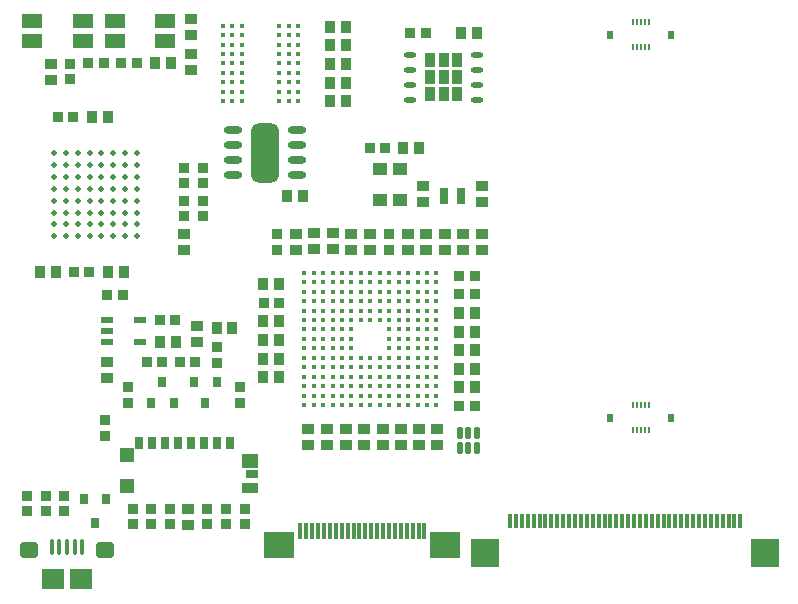
<source format=gtp>
G04*
G04 #@! TF.GenerationSoftware,Altium Limited,Altium Designer,19.0.11 (319)*
G04*
G04 Layer_Color=8421504*
%FSLAX44Y44*%
%MOMM*%
G71*
G01*
G75*
%ADD19R,0.9300X1.2300*%
G04:AMPARAMS|DCode=20|XSize=1mm|YSize=0.5mm|CornerRadius=0.125mm|HoleSize=0mm|Usage=FLASHONLY|Rotation=90.000|XOffset=0mm|YOffset=0mm|HoleType=Round|Shape=RoundedRectangle|*
%AMROUNDEDRECTD20*
21,1,1.0000,0.2500,0,0,90.0*
21,1,0.7500,0.5000,0,0,90.0*
1,1,0.2500,0.1250,0.3750*
1,1,0.2500,0.1250,-0.3750*
1,1,0.2500,-0.1250,-0.3750*
1,1,0.2500,-0.1250,0.3750*
%
%ADD20ROUNDEDRECTD20*%
%ADD21R,0.9000X1.0000*%
%ADD22O,1.5500X0.6000*%
G04:AMPARAMS|DCode=23|XSize=2.4mm|YSize=5mm|CornerRadius=0.6mm|HoleSize=0mm|Usage=FLASHONLY|Rotation=0.000|XOffset=0mm|YOffset=0mm|HoleType=Round|Shape=RoundedRectangle|*
%AMROUNDEDRECTD23*
21,1,2.4000,3.8000,0,0,0.0*
21,1,1.2000,5.0000,0,0,0.0*
1,1,1.2000,0.6000,-1.9000*
1,1,1.2000,-0.6000,-1.9000*
1,1,1.2000,-0.6000,1.9000*
1,1,1.2000,0.6000,1.9000*
%
%ADD23ROUNDEDRECTD23*%
%ADD24R,0.8500X0.9500*%
%ADD25R,1.0000X0.9000*%
%ADD26R,0.7500X1.4000*%
%ADD27R,1.2000X1.0000*%
%ADD28R,0.9500X0.8500*%
%ADD29R,0.4900X0.7600*%
%ADD30R,0.1800X0.4800*%
%ADD31R,0.8000X0.9000*%
%ADD32C,0.5000*%
%ADD33R,0.8020X0.9720*%
%ADD34R,1.1000X0.6000*%
%ADD35R,0.3000X1.2000*%
%ADD36R,2.4000X2.4000*%
%ADD37R,0.3000X1.4000*%
%ADD38R,2.6500X2.3000*%
%ADD39R,1.4000X0.9000*%
%ADD40R,1.0000X0.7000*%
%ADD41R,1.4000X1.2000*%
%ADD42R,1.1500X1.2000*%
%ADD43R,0.7000X1.0000*%
%ADD44O,1.0500X0.4500*%
%ADD45C,0.4000*%
%ADD46C,0.4100*%
%ADD47R,1.8000X1.2000*%
%ADD48R,1.9000X1.8000*%
G04:AMPARAMS|DCode=49|XSize=1.6mm|YSize=1.4mm|CornerRadius=0.35mm|HoleSize=0mm|Usage=FLASHONLY|Rotation=0.000|XOffset=0mm|YOffset=0mm|HoleType=Round|Shape=RoundedRectangle|*
%AMROUNDEDRECTD49*
21,1,1.6000,0.7000,0,0,0.0*
21,1,0.9000,1.4000,0,0,0.0*
1,1,0.7000,0.4500,-0.3500*
1,1,0.7000,-0.4500,-0.3500*
1,1,0.7000,-0.4500,0.3500*
1,1,0.7000,0.4500,0.3500*
%
%ADD49ROUNDEDRECTD49*%
%ADD50O,0.4000X1.3500*%
D19*
X351450Y455550D02*
D03*
Y441250D02*
D03*
Y426950D02*
D03*
X362750Y455550D02*
D03*
Y441250D02*
D03*
Y426950D02*
D03*
X374050Y455550D02*
D03*
Y441250D02*
D03*
Y426950D02*
D03*
D20*
X383750Y127250D02*
D03*
X376750Y127500D02*
D03*
X390750D02*
D03*
X376750Y139500D02*
D03*
X383750Y139500D02*
D03*
X390750D02*
D03*
D21*
X389250Y194250D02*
D03*
X375750D02*
D03*
X210250Y265750D02*
D03*
X223750D02*
D03*
X389250Y178750D02*
D03*
X375750D02*
D03*
X223702Y234275D02*
D03*
X210202D02*
D03*
X223702Y218525D02*
D03*
X210202D02*
D03*
X223702Y202775D02*
D03*
X210202D02*
D03*
X223702Y187025D02*
D03*
X210202D02*
D03*
X375750Y210000D02*
D03*
X389250D02*
D03*
X375750Y225750D02*
D03*
X389250D02*
D03*
X375750Y241500D02*
D03*
X389250D02*
D03*
X244000Y340500D02*
D03*
X230500D02*
D03*
X184000Y228750D02*
D03*
X170500D02*
D03*
X266500Y420750D02*
D03*
X280000D02*
D03*
X266500Y436500D02*
D03*
X280000D02*
D03*
X266500Y452250D02*
D03*
X280000D02*
D03*
X266500Y468000D02*
D03*
X280000D02*
D03*
X266500Y483750D02*
D03*
X280000D02*
D03*
X78250Y276500D02*
D03*
X91750D02*
D03*
X64750Y407250D02*
D03*
X78250D02*
D03*
X34250Y276500D02*
D03*
X20750D02*
D03*
X132000Y453000D02*
D03*
X118500D02*
D03*
X390950Y478150D02*
D03*
X377450D02*
D03*
X136500Y216750D02*
D03*
X123000D02*
D03*
X328750Y381250D02*
D03*
X342250D02*
D03*
D22*
X238500Y357950D02*
D03*
Y370650D02*
D03*
Y383350D02*
D03*
Y396050D02*
D03*
X184500Y357950D02*
D03*
Y370650D02*
D03*
Y383350D02*
D03*
Y396050D02*
D03*
D23*
X211500Y377000D02*
D03*
D24*
X139500Y200000D02*
D03*
X152500D02*
D03*
X111250D02*
D03*
X124250D02*
D03*
X62750Y276500D02*
D03*
X49750D02*
D03*
X300250Y381250D02*
D03*
X313250D02*
D03*
X389000Y163000D02*
D03*
X376000D02*
D03*
X389000Y273000D02*
D03*
X376000D02*
D03*
Y257250D02*
D03*
X389000D02*
D03*
X223500Y250000D02*
D03*
X210500D02*
D03*
X49250Y407250D02*
D03*
X36250D02*
D03*
X75000Y453000D02*
D03*
X62000D02*
D03*
X102750D02*
D03*
X89750D02*
D03*
X347450Y478150D02*
D03*
X334450D02*
D03*
X91000Y256500D02*
D03*
X78000D02*
D03*
X135500Y235750D02*
D03*
X122500D02*
D03*
D25*
X395000Y349000D02*
D03*
Y335500D02*
D03*
X345726Y349000D02*
D03*
Y335500D02*
D03*
X395202Y294775D02*
D03*
Y308275D02*
D03*
X237452Y308525D02*
D03*
Y295025D02*
D03*
X347952Y295025D02*
D03*
Y308525D02*
D03*
X332202Y295025D02*
D03*
Y308525D02*
D03*
X300452Y295025D02*
D03*
Y308525D02*
D03*
X284702Y295025D02*
D03*
Y308525D02*
D03*
X268952Y295275D02*
D03*
Y308775D02*
D03*
X264000Y143250D02*
D03*
Y129750D02*
D03*
X279750Y143250D02*
D03*
Y129750D02*
D03*
X295500Y143250D02*
D03*
Y129750D02*
D03*
X311250Y143250D02*
D03*
Y129750D02*
D03*
X326750Y143250D02*
D03*
Y129750D02*
D03*
X357250Y143250D02*
D03*
Y129750D02*
D03*
X248250Y143250D02*
D03*
Y129750D02*
D03*
X143000Y308000D02*
D03*
Y294500D02*
D03*
X149000Y476500D02*
D03*
Y490000D02*
D03*
Y460500D02*
D03*
Y447000D02*
D03*
X30000Y438750D02*
D03*
Y452250D02*
D03*
X153750Y230750D02*
D03*
Y217250D02*
D03*
X78000Y186500D02*
D03*
Y200000D02*
D03*
X146750Y62250D02*
D03*
Y75750D02*
D03*
X253202Y295275D02*
D03*
Y308775D02*
D03*
X363702Y294775D02*
D03*
Y308275D02*
D03*
X379452Y294775D02*
D03*
Y308275D02*
D03*
X342250Y143250D02*
D03*
Y129750D02*
D03*
D26*
X377476Y340750D02*
D03*
X362976D02*
D03*
D27*
X325976Y337000D02*
D03*
X308976D02*
D03*
X325976Y363000D02*
D03*
X308976D02*
D03*
D28*
X316202Y308025D02*
D03*
Y295025D02*
D03*
X221702Y308025D02*
D03*
Y295025D02*
D03*
X143000Y336500D02*
D03*
Y323500D02*
D03*
Y364250D02*
D03*
Y351250D02*
D03*
X159250Y364250D02*
D03*
Y351250D02*
D03*
Y323500D02*
D03*
Y336500D02*
D03*
X46250Y452250D02*
D03*
Y439250D02*
D03*
X170500Y199500D02*
D03*
Y212500D02*
D03*
X190500Y165500D02*
D03*
Y178500D02*
D03*
X194250Y62500D02*
D03*
Y75500D02*
D03*
X178500Y62500D02*
D03*
Y75500D02*
D03*
X162750Y62500D02*
D03*
Y75500D02*
D03*
X131000Y62500D02*
D03*
Y75500D02*
D03*
X115250Y62500D02*
D03*
Y75500D02*
D03*
X99500Y62500D02*
D03*
Y75500D02*
D03*
X41750Y73750D02*
D03*
Y86750D02*
D03*
X25750Y73750D02*
D03*
Y86750D02*
D03*
X9750Y86750D02*
D03*
Y73750D02*
D03*
X95250Y178500D02*
D03*
Y165500D02*
D03*
X75750Y150500D02*
D03*
Y137500D02*
D03*
D29*
X503950Y477000D02*
D03*
X555550D02*
D03*
X503950Y152750D02*
D03*
X555550D02*
D03*
D30*
X522750Y466400D02*
D03*
Y487600D02*
D03*
X526250Y466400D02*
D03*
Y487600D02*
D03*
X529750Y466400D02*
D03*
Y487600D02*
D03*
X533250Y466400D02*
D03*
Y487600D02*
D03*
X536750Y466400D02*
D03*
Y487600D02*
D03*
X522750Y142150D02*
D03*
Y163350D02*
D03*
X526250Y142150D02*
D03*
Y163350D02*
D03*
X529750Y142150D02*
D03*
Y163350D02*
D03*
X533250Y142150D02*
D03*
Y163350D02*
D03*
X536750Y142150D02*
D03*
Y163350D02*
D03*
D31*
X67500Y63750D02*
D03*
X58000Y83750D02*
D03*
X77000D02*
D03*
D32*
X103000Y376500D02*
D03*
Y366500D02*
D03*
Y356500D02*
D03*
Y346500D02*
D03*
Y336500D02*
D03*
Y326500D02*
D03*
Y316500D02*
D03*
Y306500D02*
D03*
X93000Y376500D02*
D03*
Y366500D02*
D03*
Y356500D02*
D03*
Y346500D02*
D03*
Y336500D02*
D03*
Y326500D02*
D03*
Y316500D02*
D03*
Y306500D02*
D03*
X83000Y376500D02*
D03*
Y366500D02*
D03*
Y356500D02*
D03*
Y346500D02*
D03*
Y336500D02*
D03*
Y326500D02*
D03*
Y316500D02*
D03*
Y306500D02*
D03*
X73000Y376500D02*
D03*
Y366500D02*
D03*
Y356500D02*
D03*
Y346500D02*
D03*
Y336500D02*
D03*
Y326500D02*
D03*
Y316500D02*
D03*
Y306500D02*
D03*
X63000Y376500D02*
D03*
Y366500D02*
D03*
Y356500D02*
D03*
Y346500D02*
D03*
Y336500D02*
D03*
Y326500D02*
D03*
Y316500D02*
D03*
Y306500D02*
D03*
X53000Y376500D02*
D03*
Y366500D02*
D03*
Y356500D02*
D03*
Y346500D02*
D03*
Y336500D02*
D03*
Y326500D02*
D03*
Y316500D02*
D03*
Y306500D02*
D03*
X43000Y376500D02*
D03*
Y366500D02*
D03*
Y356500D02*
D03*
Y346500D02*
D03*
Y336500D02*
D03*
Y326500D02*
D03*
Y316500D02*
D03*
Y306500D02*
D03*
X33000Y376500D02*
D03*
Y366500D02*
D03*
Y356500D02*
D03*
Y346500D02*
D03*
Y336500D02*
D03*
Y326500D02*
D03*
Y316500D02*
D03*
Y306500D02*
D03*
D33*
X124750Y183100D02*
D03*
X134250Y165400D02*
D03*
X115250D02*
D03*
X170500Y183100D02*
D03*
X151500D02*
D03*
X161000Y165400D02*
D03*
D34*
X106000Y235750D02*
D03*
Y216750D02*
D03*
X78000D02*
D03*
Y226250D02*
D03*
Y235750D02*
D03*
D35*
X419000Y65000D02*
D03*
X424000D02*
D03*
X429000D02*
D03*
X434000D02*
D03*
X439000D02*
D03*
X444000D02*
D03*
X449000D02*
D03*
X454000D02*
D03*
X459000D02*
D03*
X464000D02*
D03*
X469000D02*
D03*
X474000D02*
D03*
X479000D02*
D03*
X484000D02*
D03*
X489000D02*
D03*
X494000D02*
D03*
X499000D02*
D03*
X504000D02*
D03*
X509000D02*
D03*
X514000D02*
D03*
X519000D02*
D03*
X524000D02*
D03*
X529000D02*
D03*
X534000D02*
D03*
X539000D02*
D03*
X544000D02*
D03*
X549000D02*
D03*
X554000D02*
D03*
X559000D02*
D03*
X564000D02*
D03*
X569000D02*
D03*
X574000D02*
D03*
X579000D02*
D03*
X584000D02*
D03*
X589000D02*
D03*
X594000D02*
D03*
X599000D02*
D03*
X604000D02*
D03*
X609000D02*
D03*
X614000D02*
D03*
D36*
X398000Y38000D02*
D03*
X635000D02*
D03*
D37*
X346500Y57250D02*
D03*
X341500D02*
D03*
X241500D02*
D03*
X246500D02*
D03*
X251500D02*
D03*
X256500D02*
D03*
X261500D02*
D03*
X266500D02*
D03*
X271500D02*
D03*
X276500D02*
D03*
X281500D02*
D03*
X286500D02*
D03*
X291500D02*
D03*
X296500D02*
D03*
X301500D02*
D03*
X306500D02*
D03*
X311500D02*
D03*
X316500D02*
D03*
X321500D02*
D03*
X326500D02*
D03*
X331500D02*
D03*
X336500D02*
D03*
D38*
X223750Y44750D02*
D03*
X364250D02*
D03*
D39*
X198750Y93500D02*
D03*
D40*
X200750Y105000D02*
D03*
D41*
X198750Y116500D02*
D03*
D42*
X94500Y95000D02*
D03*
Y120900D02*
D03*
D43*
X105250Y131400D02*
D03*
X116250D02*
D03*
X127250D02*
D03*
X138250D02*
D03*
X149250D02*
D03*
X160250D02*
D03*
X171250D02*
D03*
X182250D02*
D03*
D44*
X334550Y460300D02*
D03*
Y447600D02*
D03*
Y434900D02*
D03*
Y422200D02*
D03*
X390950Y460300D02*
D03*
Y447600D02*
D03*
Y434900D02*
D03*
Y422200D02*
D03*
D45*
X356702Y275531D02*
D03*
Y267530D02*
D03*
Y259529D02*
D03*
Y251528D02*
D03*
Y243527D02*
D03*
Y235526D02*
D03*
Y227525D02*
D03*
Y219524D02*
D03*
Y211523D02*
D03*
Y203522D02*
D03*
Y195521D02*
D03*
Y187520D02*
D03*
Y179519D02*
D03*
Y171518D02*
D03*
Y163517D02*
D03*
X348702Y275531D02*
D03*
Y267530D02*
D03*
Y259529D02*
D03*
Y251528D02*
D03*
Y243527D02*
D03*
Y235526D02*
D03*
Y227525D02*
D03*
Y219524D02*
D03*
Y211523D02*
D03*
Y203522D02*
D03*
Y195521D02*
D03*
Y187520D02*
D03*
Y179519D02*
D03*
Y171518D02*
D03*
Y163517D02*
D03*
X340702Y275531D02*
D03*
Y267530D02*
D03*
Y259529D02*
D03*
Y251528D02*
D03*
Y243527D02*
D03*
Y235526D02*
D03*
Y227525D02*
D03*
Y219524D02*
D03*
Y211523D02*
D03*
Y203522D02*
D03*
Y195521D02*
D03*
Y187520D02*
D03*
Y179519D02*
D03*
Y171518D02*
D03*
Y163517D02*
D03*
X332702Y275531D02*
D03*
Y267530D02*
D03*
Y259529D02*
D03*
Y251528D02*
D03*
Y243527D02*
D03*
Y235526D02*
D03*
Y227525D02*
D03*
Y219524D02*
D03*
Y211523D02*
D03*
Y203522D02*
D03*
Y195521D02*
D03*
Y187520D02*
D03*
Y179519D02*
D03*
Y171518D02*
D03*
Y163517D02*
D03*
X324702Y275531D02*
D03*
Y267530D02*
D03*
Y259529D02*
D03*
Y251528D02*
D03*
Y243527D02*
D03*
Y235526D02*
D03*
Y227525D02*
D03*
Y219524D02*
D03*
Y211523D02*
D03*
Y203522D02*
D03*
Y195521D02*
D03*
Y187520D02*
D03*
Y179519D02*
D03*
Y171518D02*
D03*
Y163517D02*
D03*
X316702Y275531D02*
D03*
Y267530D02*
D03*
Y259529D02*
D03*
Y251528D02*
D03*
Y243527D02*
D03*
Y235526D02*
D03*
Y227525D02*
D03*
Y219524D02*
D03*
Y211523D02*
D03*
Y203522D02*
D03*
Y195521D02*
D03*
Y187520D02*
D03*
Y179519D02*
D03*
Y171518D02*
D03*
Y163517D02*
D03*
X308702Y275531D02*
D03*
Y267530D02*
D03*
Y259529D02*
D03*
Y251528D02*
D03*
Y243527D02*
D03*
Y235526D02*
D03*
Y203522D02*
D03*
Y195521D02*
D03*
Y187520D02*
D03*
Y179519D02*
D03*
Y171518D02*
D03*
Y163517D02*
D03*
X300702Y275531D02*
D03*
Y267530D02*
D03*
Y259529D02*
D03*
Y251528D02*
D03*
Y243527D02*
D03*
Y235526D02*
D03*
Y203522D02*
D03*
Y195521D02*
D03*
Y187520D02*
D03*
Y179519D02*
D03*
Y171518D02*
D03*
Y163517D02*
D03*
X292702Y275531D02*
D03*
Y267530D02*
D03*
Y259529D02*
D03*
Y251528D02*
D03*
Y243527D02*
D03*
Y235526D02*
D03*
Y203522D02*
D03*
Y195521D02*
D03*
Y187520D02*
D03*
Y179519D02*
D03*
Y171518D02*
D03*
Y163517D02*
D03*
X284702Y275531D02*
D03*
Y267530D02*
D03*
Y259529D02*
D03*
Y251528D02*
D03*
Y243527D02*
D03*
Y235526D02*
D03*
Y227525D02*
D03*
Y219524D02*
D03*
Y211523D02*
D03*
Y203522D02*
D03*
Y195521D02*
D03*
Y187520D02*
D03*
Y179519D02*
D03*
Y171518D02*
D03*
Y163517D02*
D03*
X276702Y275531D02*
D03*
Y267530D02*
D03*
Y259529D02*
D03*
Y251528D02*
D03*
Y243527D02*
D03*
Y235526D02*
D03*
Y227525D02*
D03*
Y219524D02*
D03*
Y211523D02*
D03*
Y203522D02*
D03*
Y195521D02*
D03*
Y187520D02*
D03*
Y179519D02*
D03*
Y171518D02*
D03*
Y163517D02*
D03*
X268702Y275531D02*
D03*
Y267530D02*
D03*
Y259529D02*
D03*
Y251528D02*
D03*
Y243527D02*
D03*
Y235526D02*
D03*
Y227525D02*
D03*
Y219524D02*
D03*
Y211523D02*
D03*
Y203522D02*
D03*
Y195521D02*
D03*
Y187520D02*
D03*
Y179519D02*
D03*
Y171518D02*
D03*
Y163517D02*
D03*
X260702Y275531D02*
D03*
Y267530D02*
D03*
Y259529D02*
D03*
Y251528D02*
D03*
Y243527D02*
D03*
Y235526D02*
D03*
Y227525D02*
D03*
Y219524D02*
D03*
Y211523D02*
D03*
Y203522D02*
D03*
Y195521D02*
D03*
Y187520D02*
D03*
Y179519D02*
D03*
Y171518D02*
D03*
Y163517D02*
D03*
X252702Y275531D02*
D03*
Y267530D02*
D03*
Y259529D02*
D03*
Y251528D02*
D03*
Y243527D02*
D03*
Y235526D02*
D03*
Y227525D02*
D03*
Y219524D02*
D03*
Y211523D02*
D03*
Y203522D02*
D03*
Y195521D02*
D03*
Y187520D02*
D03*
Y179519D02*
D03*
Y171518D02*
D03*
Y163517D02*
D03*
X244702Y275531D02*
D03*
Y267530D02*
D03*
Y259529D02*
D03*
Y251528D02*
D03*
Y243527D02*
D03*
Y235526D02*
D03*
Y227525D02*
D03*
Y219524D02*
D03*
Y211523D02*
D03*
Y203522D02*
D03*
Y195521D02*
D03*
Y187520D02*
D03*
Y179519D02*
D03*
Y171518D02*
D03*
Y163517D02*
D03*
D46*
X239750Y420750D02*
D03*
X231750D02*
D03*
X223750D02*
D03*
X191750D02*
D03*
X183750D02*
D03*
X175750D02*
D03*
X239750Y428750D02*
D03*
X231750D02*
D03*
X223750D02*
D03*
X191750D02*
D03*
X183750D02*
D03*
X175750D02*
D03*
X239750Y436750D02*
D03*
X231750D02*
D03*
X223750D02*
D03*
X191750D02*
D03*
X183750D02*
D03*
X175750D02*
D03*
X239750Y444750D02*
D03*
X231750D02*
D03*
X223750D02*
D03*
X191750D02*
D03*
X183750D02*
D03*
X175750D02*
D03*
X239750Y452750D02*
D03*
X231750D02*
D03*
X223750D02*
D03*
X191750D02*
D03*
X183750D02*
D03*
X175750D02*
D03*
X239750Y460750D02*
D03*
X231750D02*
D03*
X223750D02*
D03*
X191750D02*
D03*
X183750D02*
D03*
X175750D02*
D03*
X239750Y468750D02*
D03*
X231750D02*
D03*
X223750D02*
D03*
X191750D02*
D03*
X183750D02*
D03*
X175750D02*
D03*
X239750Y476750D02*
D03*
X231750D02*
D03*
X223750D02*
D03*
X191750D02*
D03*
X183750D02*
D03*
X175750D02*
D03*
X239750Y484750D02*
D03*
X231750D02*
D03*
X223750D02*
D03*
X191750D02*
D03*
X183750D02*
D03*
X175750D02*
D03*
D47*
X84250Y471500D02*
D03*
Y488500D02*
D03*
X127250D02*
D03*
Y471500D02*
D03*
X14500D02*
D03*
Y488500D02*
D03*
X57500D02*
D03*
Y471500D02*
D03*
D48*
X56000Y16250D02*
D03*
X32000D02*
D03*
D49*
X76000Y40750D02*
D03*
X12000D02*
D03*
D50*
X44000Y43000D02*
D03*
X37500D02*
D03*
X31000D02*
D03*
X57000D02*
D03*
X50500D02*
D03*
M02*

</source>
